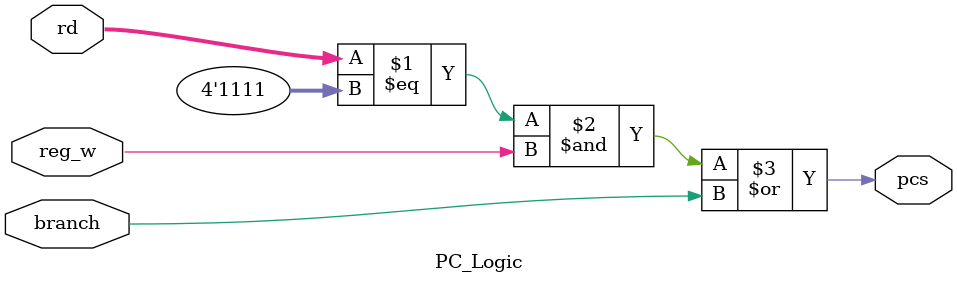
<source format=sv>
module PC_Logic 	

(
	input logic [3:0] rd,   
	input logic branch,
	input logic reg_w,	
	output logic pcs

);

	assign pcs = ((rd==4'd15)& reg_w)|branch;

endmodule
</source>
